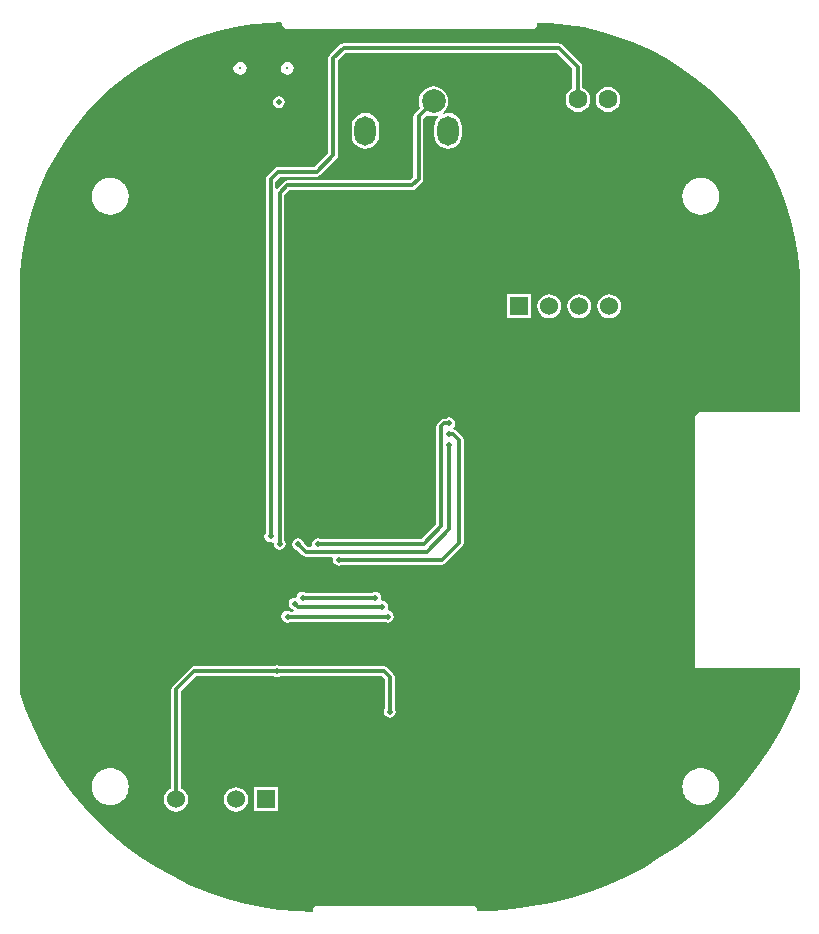
<source format=gbl>
%FSTAX23Y23*%
%MOIN*%
%SFA1B1*%

%IPPOS*%
%ADD12C,0.011811*%
%ADD69C,0.062992*%
%ADD70C,0.011811*%
%ADD71O,0.055118X0.086614*%
%ADD72O,0.070866X0.098425*%
%ADD73C,0.078740*%
%ADD74R,0.060000X0.060000*%
%ADD75C,0.060000*%
%ADD76C,0.019685*%
%LNÎÂÊª¶È¹âÕÕ´«¸Ð-1*%
%LPD*%
G36*
X05928Y04048D02*
Y04044D01*
X05928Y04044*
X05928Y04043*
X05929Y04038*
X05932Y04034*
X05936Y04031*
X05941Y0403*
X06766*
X0677Y04031*
X06775Y04034*
X06777Y04038*
X06778Y04043*
X06778Y04044*
X06778Y04044*
Y04047*
X06782Y0405*
X0682Y04049*
X06878Y04043*
X06935Y04034*
X06992Y0402*
X07048Y04003*
X07103Y03983*
X07156Y03959*
X07208Y03931*
X07257Y039*
X07305Y03866*
X0735Y03829*
X07393Y03789*
X07433Y03747*
X0747Y03701*
X07504Y03654*
X07534Y03604*
X07562Y03553*
X07586Y03499*
X07607Y03445*
X07624Y03389*
X07637Y03332*
X07646Y03274*
X07652Y03216*
X07654Y03163*
X07654Y03158*
Y03156*
Y03153*
Y02751*
X07317*
X07303Y02737*
Y01902*
X07306Y019*
X07654*
Y01827*
X07648Y01811*
X07621Y01751*
X07591Y01693*
X07558Y01636*
X07521Y01581*
X07481Y01529*
X07439Y01478*
X07394Y01431*
X07346Y01385*
X07296Y01343*
X07243Y01303*
X07188Y01267*
X07132Y01233*
X07073Y01203*
X07013Y01176*
X06952Y01153*
X06889Y01133*
X06825Y01116*
X06761Y01104*
X06696Y01094*
X0663Y01089*
X06581Y01088*
X06577Y01091*
Y01093*
X06576Y01098*
X06573Y01102*
X06569Y01104*
X06564Y01105*
X06043*
X06038Y01104*
X06034Y01102*
X06031Y01098*
X0603Y01093*
Y01089*
X06027Y01086*
X0598Y01087*
X05918Y01093*
X05856Y01102*
X05795Y01115*
X05735Y01132*
X05676Y01152*
X05618Y01176*
X05562Y01204*
X05507Y01235*
X05455Y01269*
X05404Y01306*
X05356Y01346*
X05311Y01389*
X05268Y01434*
X05228Y01482*
X05191Y01533*
X05157Y01585*
X05126Y0164*
X05099Y01696*
X05075Y01754*
X05054Y01813*
X05053Y01819*
Y03161*
X05052Y03162*
X05054Y03218*
X0506Y03276*
X05069Y03333*
X05083Y0339*
X051Y03446*
X0512Y03501*
X05144Y03554*
X05172Y03606*
X05203Y03655*
X05237Y03703*
X05274Y03748*
X05314Y03791*
X05356Y03831*
X05402Y03868*
X05449Y03902*
X05499Y03933*
X0555Y0396*
X05603Y03984*
X05658Y04005*
X05714Y04022*
X05771Y04035*
X05829Y04045*
X05887Y0405*
X05925Y04052*
X05928Y04048*
G37*
%LNÎÂÊª¶È¹âÕÕ´«¸Ð-2*%
%LPC*%
G36*
X05945Y03919D02*
X05936Y03918D01*
X05929Y03913*
X05924Y03906*
X05923Y03897*
X05924Y03889*
X05929Y03881*
X05936Y03877*
X05945Y03875*
X05953Y03877*
X05961Y03881*
X05965Y03889*
X05967Y03897*
X05965Y03906*
X05961Y03913*
X05953Y03918*
X05945Y03919*
G37*
G36*
X05787D02*
X05779Y03918D01*
X05772Y03913*
X05767Y03906*
X05765Y03897*
X05767Y03889*
X05772Y03881*
X05779Y03877*
X05787Y03875*
X05796Y03877*
X05803Y03881*
X05808Y03889*
X0581Y03897*
X05808Y03906*
X05803Y03913*
X05796Y03918*
X05787Y03919*
G37*
G36*
X05917Y03805D02*
X05909Y03803D01*
X05902Y03799*
X05898Y03792*
X05896Y03785*
X05898Y03777*
X05902Y0377*
X05909Y03766*
X05917Y03764*
X05924Y03766*
X05931Y0377*
X05935Y03777*
X05937Y03785*
X05935Y03792*
X05931Y03799*
X05924Y03803*
X05917Y03805*
G37*
G36*
X07014Y03835D02*
X07003Y03834D01*
X06993Y0383*
X06984Y03823*
X06977Y03814*
X06973Y03804*
X06972Y03794*
X06973Y03783*
X06977Y03773*
X06984Y03764*
X06993Y03757*
X07003Y03753*
X07014Y03752*
X07024Y03753*
X07034Y03757*
X07043Y03764*
X0705Y03773*
X07054Y03783*
X07055Y03794*
X07054Y03804*
X0705Y03814*
X07043Y03823*
X07034Y0383*
X07024Y03834*
X07014Y03835*
G37*
G36*
X06849Y03982D02*
X06132D01*
X06125Y0398*
X0612Y03977*
X06086Y03943*
X06083Y03938*
X06081Y03932*
Y03615*
X06035Y03569*
X05915*
X05908Y03567*
X05903Y03564*
X05877Y03538*
X05874Y03533*
X05872Y03527*
Y02349*
X0587Y02345*
X05868Y02338*
X0587Y0233*
X05874Y02323*
X05881Y02319*
X05889Y02317*
X05895Y02319*
X05898Y02316*
X05899Y02315*
X05899Y02313*
X059Y02305*
X05905Y02298*
X05911Y02294*
X05919Y02292*
X05927Y02294*
X05933Y02298*
X05938Y02305*
X05939Y02313*
X05938Y0232*
X05935Y02324*
Y03475*
X05951Y03492*
X0636*
X06366Y03493*
X06371Y03496*
X06393Y03518*
X06396Y03523*
X06398Y0353*
Y0373*
X0641Y03743*
X06419Y03739*
X06432Y03737*
X06444Y03739*
X06447Y0374*
X06449Y03736*
X06448Y03735*
X06441Y03725*
X06436Y03714*
X06435Y03702*
Y03675*
X06436Y03663*
X06441Y03652*
X06448Y03642*
X06458Y03635*
X06469Y03631*
X06481Y03629*
X06493Y03631*
X06504Y03635*
X06513Y03642*
X0652Y03652*
X06525Y03663*
X06527Y03675*
Y03702*
X06525Y03714*
X0652Y03725*
X06513Y03735*
X06504Y03742*
X06493Y03747*
X06481Y03748*
X06469Y03747*
X06467Y03746*
X06465Y0375*
X06467Y03752*
X06475Y03762*
X0648Y03774*
X06481Y03787*
X0648Y038*
X06475Y03812*
X06467Y03822*
X06456Y0383*
X06444Y03835*
X06432Y03837*
X06419Y03835*
X06407Y0383*
X06396Y03822*
X06388Y03812*
X06383Y038*
X06382Y03787*
X06383Y03774*
X06387Y03765*
X0637Y03749*
X06367Y03743*
X06365Y03737*
Y03536*
X06353Y03524*
X05945*
X05939Y03523*
X05933Y03519*
X0591Y03496*
X05905Y03498*
Y0352*
X05921Y03536*
X06042*
X06048Y03538*
X06053Y03541*
X06109Y03597*
X06112Y03602*
X06114Y03609*
Y03925*
X06138Y03949*
X06842*
X06895Y03896*
Y03831*
X06893Y0383*
X06884Y03823*
X06877Y03814*
X06873Y03804*
X06872Y03794*
X06873Y03783*
X06877Y03773*
X06884Y03764*
X06893Y03757*
X06903Y03753*
X06914Y03752*
X06924Y03753*
X06934Y03757*
X06943Y03764*
X0695Y03773*
X06954Y03783*
X06955Y03794*
X06954Y03804*
X0695Y03814*
X06943Y03823*
X06934Y0383*
X06928Y03833*
Y03903*
X06926Y03909*
X06923Y03914*
X0686Y03977*
X06855Y0398*
X06849Y03982*
G37*
G36*
X06205Y03748D02*
X06193Y03747D01*
X06182Y03742*
X06173Y03735*
X06165Y03725*
X06161Y03714*
X06159Y03702*
Y03675*
X06161Y03663*
X06165Y03652*
X06173Y03642*
X06182Y03635*
X06193Y03631*
X06205Y03629*
X06217Y03631*
X06228Y03635*
X06238Y03642*
X06245Y03652*
X06249Y03663*
X06251Y03675*
Y03702*
X06249Y03714*
X06245Y03725*
X06238Y03735*
X06228Y03742*
X06217Y03747*
X06205Y03748*
G37*
G36*
X07323Y03533D02*
X07319Y03533D01*
X07318*
X07317Y03533*
X07316*
X07314Y03532*
X07311Y03532*
X07307Y03531*
X07306Y03531*
X07305Y0353*
X07304Y0353*
X07303Y0353*
X07299Y03529*
X07296Y03527*
X07295Y03526*
X07294Y03526*
X07293Y03525*
X07292Y03525*
X07288Y03523*
X07286Y03521*
X07284Y0352*
X07284Y03519*
X07283Y03519*
X07282Y03518*
X07279Y03515*
X07277Y03512*
X07276Y03511*
X07275Y03511*
X07275Y0351*
X07274Y03509*
X07271Y03506*
X0727Y03503*
X07269Y03501*
X07269Y03501*
X07268Y035*
X07267Y03498*
X07266Y03495*
X07265Y03492*
X07264Y0349*
X07264Y03489*
X07264Y03489*
X07263Y03487*
X07262Y03484*
X07262Y0348*
X07262Y03479*
Y03478*
X07261Y03477*
Y03475*
X07261Y03472*
X07261Y03468*
Y03467*
X07262Y03466*
Y03465*
X07262Y03463*
X07262Y0346*
X07263Y03456*
X07264Y03455*
X07264Y03454*
X07264Y03453*
X07265Y03451*
X07266Y03448*
X07267Y03445*
X07268Y03443*
X07269Y03443*
X07269Y03442*
X0727Y0344*
X07271Y03437*
X07274Y03435*
X07275Y03433*
X07275Y03433*
X07276Y03432*
X07277Y03431*
X07279Y03428*
X07282Y03426*
X07283Y03425*
X07284Y03424*
X07284Y03423*
X07286Y03423*
X07288Y0342*
X07292Y03419*
X07293Y03418*
X07294Y03417*
X07295Y03417*
X07296Y03416*
X07299Y03415*
X07303Y03414*
X07304Y03413*
X07305Y03413*
X07306Y03412*
X07307Y03412*
X07311Y03411*
X07314Y03411*
X07316Y0341*
X07317*
X07318Y0341*
X07319*
X07323Y0341*
X07326Y0341*
X07328*
X07329Y0341*
X0733*
X07331Y03411*
X07335Y03411*
X07338Y03412*
X0734Y03412*
X07341Y03413*
X07342Y03413*
X07343Y03414*
X07346Y03415*
X0735Y03416*
X07351Y03417*
X07352Y03417*
X07353Y03418*
X07354Y03419*
X07357Y0342*
X0736Y03423*
X07361Y03423*
X07362Y03424*
X07363Y03425*
X07364Y03426*
X07366Y03428*
X07369Y03431*
X0737Y03432*
X0737Y03433*
X07371Y03433*
X07372Y03435*
X07374Y03437*
X07376Y0344*
X07377Y03442*
X07377Y03443*
X07378Y03443*
X07378Y03445*
X0738Y03448*
X07381Y03451*
X07381Y03453*
X07382Y03454*
X07382Y03455*
X07382Y03456*
X07383Y0346*
X07384Y03463*
X07384Y03465*
Y03466*
X07384Y03467*
Y03468*
X07384Y03472*
X07384Y03475*
Y03477*
X07384Y03478*
Y03479*
X07384Y0348*
X07383Y03484*
X07382Y03487*
X07382Y03489*
X07382Y03489*
X07381Y0349*
X07381Y03492*
X0738Y03495*
X07378Y03498*
X07378Y035*
X07377Y03501*
X07377Y03501*
X07376Y03503*
X07374Y03506*
X07372Y03509*
X07371Y0351*
X0737Y03511*
X0737Y03511*
X07369Y03512*
X07366Y03515*
X07364Y03518*
X07363Y03519*
X07362Y03519*
X07361Y0352*
X0736Y03521*
X07357Y03523*
X07354Y03525*
X07353Y03525*
X07352Y03526*
X07351Y03526*
X0735Y03527*
X07346Y03529*
X07343Y0353*
X07342Y0353*
X07341Y0353*
X0734Y03531*
X07338Y03531*
X07335Y03532*
X07331Y03532*
X0733Y03533*
X07329*
X07328Y03533*
X07326*
X07323Y03533*
G37*
G36*
X05354D02*
X05351Y03533D01*
X05349*
X05348Y03533*
X05347*
X05346Y03532*
X05342Y03532*
X05339Y03531*
X05337Y03531*
X05336Y0353*
X05335Y0353*
X05334Y0353*
X05331Y03529*
X05327Y03527*
X05326Y03526*
X05325Y03526*
X05324Y03525*
X05323Y03525*
X0532Y03523*
X05317Y03521*
X05316Y0352*
X05315Y03519*
X05314Y03519*
X05313Y03518*
X05311Y03515*
X05308Y03512*
X05307Y03511*
X05307Y03511*
X05306Y0351*
X05305Y03509*
X05303Y03506*
X05301Y03503*
X053Y03501*
X053Y03501*
X05299Y035*
X05299Y03498*
X05297Y03495*
X05296Y03492*
X05296Y0349*
X05295Y03489*
X05295Y03489*
X05295Y03487*
X05294Y03484*
X05293Y0348*
X05293Y03479*
Y03478*
X05293Y03477*
Y03475*
X05293Y03472*
X05293Y03468*
Y03467*
X05293Y03466*
Y03465*
X05293Y03463*
X05294Y0346*
X05295Y03456*
X05295Y03455*
X05295Y03454*
X05296Y03453*
X05296Y03451*
X05297Y03448*
X05299Y03445*
X05299Y03443*
X053Y03443*
X053Y03442*
X05301Y0344*
X05303Y03437*
X05305Y03435*
X05306Y03433*
X05307Y03433*
X05307Y03432*
X05308Y03431*
X05311Y03428*
X05313Y03426*
X05314Y03425*
X05315Y03424*
X05316Y03423*
X05317Y03423*
X0532Y0342*
X05323Y03419*
X05324Y03418*
X05325Y03417*
X05326Y03417*
X05327Y03416*
X05331Y03415*
X05334Y03414*
X05335Y03413*
X05336Y03413*
X05337Y03412*
X05339Y03412*
X05342Y03411*
X05346Y03411*
X05347Y0341*
X05348*
X05349Y0341*
X05351*
X05354Y0341*
X05358Y0341*
X05359*
X0536Y0341*
X05361*
X05363Y03411*
X05366Y03411*
X0537Y03412*
X05371Y03412*
X05372Y03413*
X05373Y03413*
X05374Y03414*
X05378Y03415*
X05381Y03416*
X05382Y03417*
X05383Y03417*
X05384Y03418*
X05385Y03419*
X05389Y0342*
X05391Y03423*
X05393Y03423*
X05393Y03424*
X05394Y03425*
X05395Y03426*
X05398Y03428*
X054Y03431*
X05401Y03432*
X05402Y03433*
X05402Y03433*
X05403Y03435*
X05406Y03437*
X05407Y0344*
X05408Y03442*
X05408Y03443*
X05409Y03443*
X0541Y03445*
X05411Y03448*
X05412Y03451*
X05413Y03453*
X05413Y03454*
X05413Y03455*
X05414Y03456*
X05415Y0346*
X05415Y03463*
X05415Y03465*
Y03466*
X05416Y03467*
Y03468*
X05416Y03472*
X05416Y03475*
Y03477*
X05415Y03478*
Y03479*
X05415Y0348*
X05415Y03484*
X05414Y03487*
X05413Y03489*
X05413Y03489*
X05413Y0349*
X05412Y03492*
X05411Y03495*
X0541Y03498*
X05409Y035*
X05408Y03501*
X05408Y03501*
X05407Y03503*
X05406Y03506*
X05403Y03509*
X05402Y0351*
X05402Y03511*
X05401Y03511*
X054Y03512*
X05398Y03515*
X05395Y03518*
X05394Y03519*
X05393Y03519*
X05393Y0352*
X05391Y03521*
X05389Y03523*
X05385Y03525*
X05384Y03525*
X05383Y03526*
X05382Y03526*
X05381Y03527*
X05378Y03529*
X05374Y0353*
X05373Y0353*
X05372Y0353*
X05371Y03531*
X0537Y03531*
X05366Y03532*
X05363Y03532*
X05361Y03533*
X0536*
X05359Y03533*
X05358*
X05354Y03533*
G37*
G36*
X06758Y03145D02*
X06678D01*
Y03065*
X06758*
Y03145*
G37*
G36*
X07018Y03145D02*
X07007Y03143D01*
X06997Y03139*
X06989Y03133*
X06983Y03125*
X06979Y03115*
X06977Y03105*
X06979Y03094*
X06983Y03084*
X06989Y03076*
X06997Y0307*
X07007Y03066*
X07018Y03064*
X07028Y03066*
X07038Y0307*
X07046Y03076*
X07052Y03084*
X07056Y03094*
X07058Y03105*
X07056Y03115*
X07052Y03125*
X07046Y03133*
X07038Y03139*
X07028Y03143*
X07018Y03145*
G37*
G36*
X06918D02*
X06907Y03143D01*
X06897Y03139*
X06889Y03133*
X06883Y03125*
X06879Y03115*
X06877Y03105*
X06879Y03094*
X06883Y03084*
X06889Y03076*
X06897Y0307*
X06907Y03066*
X06918Y03064*
X06928Y03066*
X06938Y0307*
X06946Y03076*
X06952Y03084*
X06956Y03094*
X06958Y03105*
X06956Y03115*
X06952Y03125*
X06946Y03133*
X06938Y03139*
X06928Y03143*
X06918Y03145*
G37*
G36*
X06818D02*
X06807Y03143D01*
X06797Y03139*
X06789Y03133*
X06783Y03125*
X06779Y03115*
X06777Y03105*
X06779Y03094*
X06783Y03084*
X06789Y03076*
X06797Y0307*
X06807Y03066*
X06818Y03064*
X06828Y03066*
X06838Y0307*
X06846Y03076*
X06852Y03084*
X06856Y03094*
X06858Y03105*
X06856Y03115*
X06852Y03125*
X06846Y03133*
X06838Y03139*
X06828Y03143*
X06818Y03145*
G37*
G36*
X06484Y02734D02*
X06476Y02733D01*
X06473Y0273*
X06468*
X06462Y02729*
X06456Y02725*
X06446Y02715*
X06443Y0271*
X06441Y02704*
Y02377*
X06392Y02328*
X06058*
X06054Y0233*
X06047Y02332*
X06039Y0233*
X06032Y02326*
X06028Y02319*
X06026Y02312*
X06027Y02307*
X06024Y02302*
X06012*
X06Y02314*
X05999Y02318*
X05995Y02325*
X05988Y02329*
X05981Y02331*
X05973Y02329*
X05966Y02325*
X05962Y02318*
X0596Y02311*
X05962Y02303*
X05966Y02296*
X05973Y02292*
X05977Y02291*
X05994Y02274*
X05999Y02271*
X06006Y02269*
X06094*
X06097Y02264*
X06096Y0226*
X06098Y02252*
X06102Y02245*
X06109Y02241*
X06117Y02239*
X06124Y02241*
X06128Y02243*
X06461*
X06467Y02245*
X06472Y02248*
X06528Y02304*
X06531Y02309*
X06533Y02316*
Y0266*
X06531Y02666*
X06528Y02671*
X06509Y0269*
X06504Y02693*
X06499Y02694*
X06498Y027*
X06498Y027*
X06503Y02706*
X06504Y02714*
X06503Y02722*
X06498Y02728*
X06492Y02733*
X06484Y02734*
G37*
G36*
X06238Y02153D02*
X0623Y02151D01*
X06226Y02149*
X06007*
X06003Y02151*
X05996Y02153*
X05988Y02151*
X05981Y02147*
X05977Y0214*
X05975Y02133*
X05975Y02132*
X0597Y02133*
X05962Y02131*
X05955Y02127*
X05951Y0212*
X0595Y02113*
X05951Y02105*
X05955Y02098*
X05962Y02094*
X05965Y02093*
X05967Y02091*
X05964Y02086*
X05957*
X05953Y02088*
X05946Y0209*
X05938Y02088*
X05931Y02084*
X05927Y02077*
X05925Y0207*
X05927Y02062*
X05931Y02055*
X05938Y02051*
X05946Y02049*
X05953Y02051*
X05957Y02053*
X06268*
X06272Y02051*
X0628Y02049*
X06287Y02051*
X06294Y02055*
X06298Y02062*
X063Y0207*
X06298Y02077*
X06294Y02084*
X06287Y02088*
X06282Y02089*
X06279Y02094*
X06279Y02095*
X06281Y02103*
X06279Y0211*
X06275Y02117*
X06268Y02121*
X06261Y02123*
X0626Y02123*
X06257Y02127*
X06258Y02133*
X06256Y0214*
X06252Y02147*
X06245Y02151*
X06238Y02153*
G37*
G36*
X05911Y01908D02*
X05903Y01906D01*
X05899Y01904*
X05635*
X05628Y01902*
X05623Y01899*
X05562Y01838*
X05559Y01833*
X05557Y01827*
Y01497*
X05553Y01495*
X05545Y01489*
X05539Y01481*
X05535Y01471*
X05533Y01461*
X05535Y0145*
X05539Y0144*
X05545Y01432*
X05553Y01426*
X05563Y01422*
X05574Y0142*
X05584Y01422*
X05594Y01426*
X05602Y01432*
X05608Y0144*
X05612Y0145*
X05614Y01461*
X05612Y01471*
X05608Y01481*
X05602Y01489*
X05594Y01495*
X0559Y01497*
Y0182*
X05641Y01871*
X05899*
X05903Y01869*
X05911Y01867*
X05918Y01869*
X05922Y01871*
X06261*
X0627Y01862*
Y01764*
X06268Y0176*
X06266Y01753*
X06268Y01745*
X06272Y01738*
X06279Y01734*
X06287Y01732*
X06294Y01734*
X06301Y01738*
X06305Y01745*
X06307Y01753*
X06305Y0176*
X06303Y01764*
Y01869*
X06301Y01875*
X06298Y0188*
X06279Y01899*
X06274Y01902*
X06268Y01904*
X05922*
X05918Y01906*
X05911Y01908*
G37*
G36*
X07323Y01565D02*
X07319Y01564D01*
X07318*
X07317Y01564*
X07316*
X07314Y01564*
X07311Y01564*
X07307Y01563*
X07306Y01562*
X07305Y01562*
X07304Y01562*
X07303Y01561*
X07299Y0156*
X07296Y01558*
X07295Y01558*
X07294Y01557*
X07293Y01557*
X07292Y01556*
X07288Y01554*
X07286Y01552*
X07284Y01551*
X07284Y01551*
X07283Y0155*
X07282Y01549*
X07279Y01547*
X07277Y01544*
X07276Y01543*
X07275Y01542*
X07275Y01541*
X07274Y0154*
X07271Y01537*
X0727Y01534*
X07269Y01533*
X07269Y01532*
X07268Y01531*
X07267Y0153*
X07266Y01527*
X07265Y01523*
X07264Y01522*
X07264Y01521*
X07264Y0152*
X07263Y01519*
X07262Y01515*
X07262Y01512*
X07262Y0151*
Y01509*
X07261Y01508*
Y01507*
X07261Y01503*
X07261Y015*
Y01498*
X07262Y01497*
Y01496*
X07262Y01495*
X07262Y01491*
X07263Y01488*
X07264Y01486*
X07264Y01485*
X07264Y01484*
X07265Y01483*
X07266Y01479*
X07267Y01476*
X07268Y01475*
X07269Y01474*
X07269Y01473*
X0727Y01472*
X07271Y01469*
X07274Y01466*
X07275Y01465*
X07275Y01464*
X07276Y01463*
X07277Y01462*
X07279Y01459*
X07282Y01457*
X07283Y01456*
X07284Y01456*
X07284Y01455*
X07286Y01454*
X07288Y01452*
X07292Y0145*
X07293Y01449*
X07294Y01449*
X07295Y01448*
X07296Y01448*
X07299Y01446*
X07303Y01445*
X07304Y01444*
X07305Y01444*
X07306Y01444*
X07307Y01444*
X07311Y01443*
X07314Y01442*
X07316Y01442*
X07317*
X07318Y01442*
X07319*
X07323Y01441*
X07326Y01442*
X07328*
X07329Y01442*
X0733*
X07331Y01442*
X07335Y01443*
X07338Y01444*
X0734Y01444*
X07341Y01444*
X07342Y01444*
X07343Y01445*
X07346Y01446*
X0735Y01448*
X07351Y01448*
X07352Y01449*
X07353Y01449*
X07354Y0145*
X07357Y01452*
X0736Y01454*
X07361Y01455*
X07362Y01456*
X07363Y01456*
X07364Y01457*
X07366Y01459*
X07369Y01462*
X0737Y01463*
X0737Y01464*
X07371Y01465*
X07372Y01466*
X07374Y01469*
X07376Y01472*
X07377Y01473*
X07377Y01474*
X07378Y01475*
X07378Y01476*
X0738Y01479*
X07381Y01483*
X07381Y01484*
X07382Y01485*
X07382Y01486*
X07382Y01488*
X07383Y01491*
X07384Y01495*
X07384Y01496*
Y01497*
X07384Y01498*
Y015*
X07384Y01503*
X07384Y01507*
Y01508*
X07384Y01509*
Y0151*
X07384Y01512*
X07383Y01515*
X07382Y01519*
X07382Y0152*
X07382Y01521*
X07381Y01522*
X07381Y01523*
X0738Y01527*
X07378Y0153*
X07378Y01531*
X07377Y01532*
X07377Y01533*
X07376Y01534*
X07374Y01537*
X07372Y0154*
X07371Y01541*
X0737Y01542*
X0737Y01543*
X07369Y01544*
X07366Y01547*
X07364Y01549*
X07363Y0155*
X07362Y01551*
X07361Y01551*
X0736Y01552*
X07357Y01554*
X07354Y01556*
X07353Y01557*
X07352Y01557*
X07351Y01558*
X0735Y01558*
X07346Y0156*
X07343Y01561*
X07342Y01562*
X07341Y01562*
X0734Y01562*
X07338Y01563*
X07335Y01564*
X07331Y01564*
X0733Y01564*
X07329*
X07328Y01564*
X07326*
X07323Y01565*
G37*
G36*
X05354D02*
X05351Y01564D01*
X05349*
X05348Y01564*
X05347*
X05346Y01564*
X05342Y01564*
X05339Y01563*
X05337Y01562*
X05336Y01562*
X05335Y01562*
X05334Y01561*
X05331Y0156*
X05327Y01558*
X05326Y01558*
X05325Y01557*
X05324Y01557*
X05323Y01556*
X0532Y01554*
X05317Y01552*
X05316Y01551*
X05315Y01551*
X05314Y0155*
X05313Y01549*
X05311Y01547*
X05308Y01544*
X05307Y01543*
X05307Y01542*
X05306Y01541*
X05305Y0154*
X05303Y01537*
X05301Y01534*
X053Y01533*
X053Y01532*
X05299Y01531*
X05299Y0153*
X05297Y01527*
X05296Y01523*
X05296Y01522*
X05295Y01521*
X05295Y0152*
X05295Y01519*
X05294Y01515*
X05293Y01512*
X05293Y0151*
Y01509*
X05293Y01508*
Y01507*
X05293Y01503*
X05293Y015*
Y01498*
X05293Y01497*
Y01496*
X05293Y01495*
X05294Y01491*
X05295Y01488*
X05295Y01486*
X05295Y01485*
X05296Y01484*
X05296Y01483*
X05297Y01479*
X05299Y01476*
X05299Y01475*
X053Y01474*
X053Y01473*
X05301Y01472*
X05303Y01469*
X05305Y01466*
X05306Y01465*
X05307Y01464*
X05307Y01463*
X05308Y01462*
X05311Y01459*
X05313Y01457*
X05314Y01456*
X05315Y01456*
X05316Y01455*
X05317Y01454*
X0532Y01452*
X05323Y0145*
X05324Y01449*
X05325Y01449*
X05326Y01448*
X05327Y01448*
X05331Y01446*
X05334Y01445*
X05335Y01444*
X05336Y01444*
X05337Y01444*
X05339Y01444*
X05342Y01443*
X05346Y01442*
X05347Y01442*
X05348*
X05349Y01442*
X05351*
X05354Y01441*
X05358Y01442*
X05359*
X0536Y01442*
X05361*
X05363Y01442*
X05366Y01443*
X0537Y01444*
X05371Y01444*
X05372Y01444*
X05373Y01444*
X05374Y01445*
X05378Y01446*
X05381Y01448*
X05382Y01448*
X05383Y01449*
X05384Y01449*
X05385Y0145*
X05389Y01452*
X05391Y01454*
X05393Y01455*
X05393Y01456*
X05394Y01456*
X05395Y01457*
X05398Y01459*
X054Y01462*
X05401Y01463*
X05402Y01464*
X05402Y01465*
X05403Y01466*
X05406Y01469*
X05407Y01472*
X05408Y01473*
X05408Y01474*
X05409Y01475*
X0541Y01476*
X05411Y01479*
X05412Y01483*
X05413Y01484*
X05413Y01485*
X05413Y01486*
X05414Y01488*
X05415Y01491*
X05415Y01495*
X05415Y01496*
Y01497*
X05416Y01498*
Y015*
X05416Y01503*
X05416Y01507*
Y01508*
X05415Y01509*
Y0151*
X05415Y01512*
X05415Y01515*
X05414Y01519*
X05413Y0152*
X05413Y01521*
X05413Y01522*
X05412Y01523*
X05411Y01527*
X0541Y0153*
X05409Y01531*
X05408Y01532*
X05408Y01533*
X05407Y01534*
X05406Y01537*
X05403Y0154*
X05402Y01541*
X05402Y01542*
X05401Y01543*
X054Y01544*
X05398Y01547*
X05395Y01549*
X05394Y0155*
X05393Y01551*
X05393Y01551*
X05391Y01552*
X05389Y01554*
X05385Y01556*
X05384Y01557*
X05383Y01557*
X05382Y01558*
X05381Y01558*
X05378Y0156*
X05374Y01561*
X05373Y01562*
X05372Y01562*
X05371Y01562*
X0537Y01563*
X05366Y01564*
X05363Y01564*
X05361Y01564*
X0536*
X05359Y01564*
X05358*
X05354Y01565*
G37*
G36*
X05914Y01501D02*
X05834D01*
Y01421*
X05914*
Y01501*
G37*
G36*
X05774Y01501D02*
X05763Y01499D01*
X05753Y01495*
X05745Y01489*
X05739Y01481*
X05735Y01471*
X05733Y01461*
X05735Y0145*
X05739Y0144*
X05745Y01432*
X05753Y01426*
X05763Y01422*
X05774Y0142*
X05784Y01422*
X05794Y01426*
X05802Y01432*
X05808Y0144*
X05812Y0145*
X05814Y01461*
X05812Y01471*
X05808Y01481*
X05802Y01489*
X05794Y01495*
X05784Y01499*
X05774Y01501*
G37*
%LNÎÂÊª¶È¹âÕÕ´«¸Ð-3*%
%LPD*%
G54D12*
X06912Y03786D02*
Y03903D01*
X06849Y03966D02*
X06912Y03903D01*
X06132Y03966D02*
X06849D01*
X05574Y01461D02*
Y01827D01*
X05635Y01888*
X05911*
X06287Y01753D02*
Y01869D01*
X06268Y01888D02*
X06287Y01869D01*
X05911Y01888D02*
X06268D01*
X06098Y03932D02*
X06132Y03966D01*
X06098Y03609D02*
Y03932D01*
X06042Y03553D02*
X06098Y03609D01*
X05915Y03553D02*
X06042D01*
X05889Y03527D02*
X05915Y03553D01*
X05889Y02338D02*
Y03527D01*
X06382Y03737D02*
X06432Y03787D01*
X06382Y0353D02*
Y03737D01*
X0636Y03508D02*
X06382Y0353D01*
X05945Y03508D02*
X0636D01*
X05919Y03482D02*
X05945Y03508D01*
X05919Y02313D02*
Y03482D01*
X05946Y0207D02*
X0628D01*
X0598Y02103D02*
X06261D01*
X0597Y02113D02*
X0598Y02103D01*
X05996Y02133D02*
X06238D01*
X06006Y02286D02*
X06409D01*
X05981Y02311D02*
X06006Y02286D01*
X06409D02*
X06484Y02361D01*
X06399Y02312D02*
X06458Y02371D01*
X06047Y02312D02*
X06399D01*
X06117Y0226D02*
X06461D01*
X06517Y02316*
X06458Y02371D02*
Y02704D01*
X06468Y02714*
X06484*
X06517Y02316D02*
Y0266D01*
X06498Y02679D02*
X06517Y0266D01*
X06484Y02679D02*
X06498D01*
X06484Y02361D02*
Y02643D01*
G54D69*
X06914Y03794D03*
X07014D03*
G54D70*
X05787Y03897D03*
X05945D03*
G54D71*
X05724Y03845D03*
X06008D03*
Y03982D03*
X05724D03*
G54D72*
X06205Y03689D03*
X06481D03*
G54D73*
X06432Y03787D03*
X06254D03*
G54D74*
X06718Y03105D03*
X05874Y01461D03*
G54D75*
X06818Y03105D03*
X06918D03*
X07018D03*
X07118D03*
X05574Y01461D03*
X05674D03*
X05774D03*
G54D76*
X05814Y01374D03*
X05718D03*
X0562D03*
X05826Y01555D03*
X05723Y01554D03*
X05623Y01554D03*
X07067Y03013D03*
X06968D03*
X06868D03*
X06768D03*
X07068Y03189D03*
X06968D03*
X06868D03*
X06768D03*
X0687Y02836D03*
X06839D03*
X0687Y02865D03*
X06839D03*
X07095Y02914D03*
X07064D03*
X07095Y02943D03*
X07064D03*
X0729Y03137D03*
X07259D03*
X0729Y03166D03*
X07259D03*
X07592Y02836D03*
X07561D03*
X07592Y02865D03*
X07561D03*
X058Y0117D03*
X05769D03*
X058Y01199D03*
X05769D03*
X05157Y01943D03*
X05126D03*
X05157Y01972D03*
X05126D03*
X06084Y02206D03*
X05906Y02145D03*
X06002Y02034D03*
X05875D03*
X05717Y01946D03*
X05686D03*
X05717Y01975D03*
X05686D03*
X0567Y02419D03*
X05639D03*
X0567Y02448D03*
X05639D03*
X0527Y02444D03*
X06629Y03446D03*
X06598D03*
X06629Y03475D03*
X06598D03*
X06834Y03447D03*
X06803D03*
X06834Y03476D03*
X06803D03*
X05917Y03785D03*
X05984Y02877D03*
X06015D03*
X05984Y02848D03*
X06015D03*
X06622Y02866D03*
X06653D03*
X06622Y02837D03*
X06653D03*
X06614Y02106D03*
X06645D03*
X06614Y02077D03*
X06645D03*
X06389Y01801D03*
X0642D03*
X06389Y01772D03*
X0642D03*
X06548Y01539D03*
X06579D03*
X06548Y0151D03*
X06579D03*
X0686Y01802D03*
X06891D03*
X0686Y01773D03*
X06891D03*
X0737Y01712D03*
X07401D03*
X0737Y01683D03*
X07401D03*
X06975Y02322D03*
X07006D03*
X06975Y02293D03*
X07006D03*
X07123Y0382D03*
X07154D03*
X07123Y03791D03*
X07154D03*
X06697Y03998D03*
X06728D03*
X06697Y03929D03*
X06728D03*
X05983Y03423D03*
X06014D03*
X05983Y03394D03*
X06014D03*
X05713Y03645D03*
X05744D03*
X05713Y03616D03*
X05744D03*
X05112Y03062D03*
X05143D03*
X05112Y03033D03*
X05143D03*
X05086Y02492D03*
X05117D03*
X05086Y02463D03*
X05117D03*
X0535Y01973D03*
X05381D03*
X0535Y01944D03*
X05381D03*
X05655Y02227D03*
X05686D03*
X05655Y02198D03*
X05686D03*
X06283Y02383D03*
X06314D03*
X06283Y02354D03*
X06314D03*
X06282Y02215D03*
X06313D03*
X06282Y02186D03*
X06313D03*
X06251Y01925D03*
X0622D03*
X06251Y01954D03*
X0622D03*
X06287Y01753D03*
X05911Y01888D03*
X05889Y02338D03*
X05919Y02313D03*
X05946Y0207D03*
X0628D03*
X06261Y02103D03*
X0597Y02113D03*
X05996Y02133D03*
X06238D03*
X06047Y02312D03*
X06117Y0226D03*
X05981Y02311D03*
X06484Y02643D03*
Y02679D03*
Y02714D03*
X05219Y02976D03*
X05217Y03137D03*
X05438Y01723D03*
X05249Y01726D03*
X05442Y01846D03*
X05252Y01845D03*
X07248Y02417D03*
M02*
</source>
